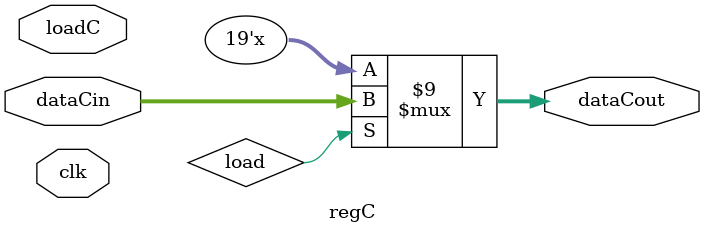
<source format=v>
module regC(clk, loadC, dataCin, dataCout);
input clk;
input loadC;
input [18:0]dataCin;
output reg[18:0]dataCout;

reg[18:0]tempC;
always@(clk,loadC)begin
    if (load == 1)begin
        dataCout <= dataCin;
        tempC <= dataCin;
    end
    else if (load == 0)begin
        dataCout <= tempC;
    end
end
endmodule

</source>
